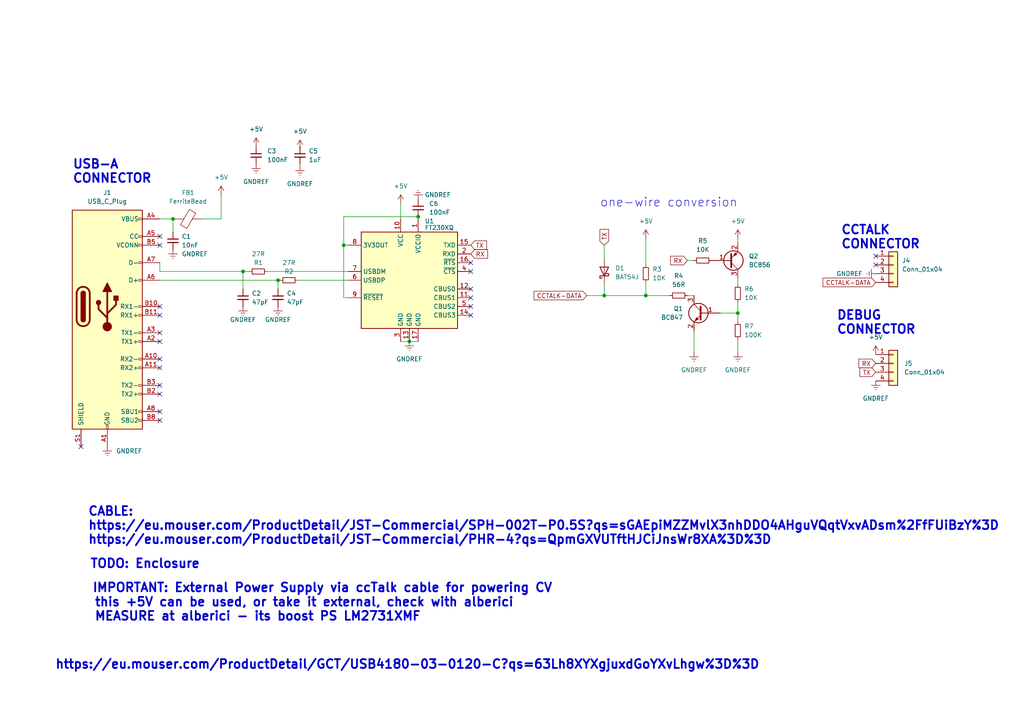
<source format=kicad_sch>
(kicad_sch (version 20211123) (generator eeschema)
  (paper "A4")
  (lib_symbols
    (symbol "CCtalk-converter-lib:BAT54J" (pin_numbers hide) (pin_names hide)
      (property "Reference" "D?" (at 3.175 0.9526 90))
      (property "Value" "BAT54J" (at 3.175 -1.5874 90))
      (symbol "BAT54J_0_1"
        (polyline (pts (xy 1.27 0) (xy -1.27 0)))
        (polyline (pts (xy 1.27 1.27) (xy 1.27 -1.27) (xy -1.27 0) (xy 1.27 1.27)) (stroke (width 0.254)))
        (polyline (pts (xy -1.905 0.635) (xy -1.905 1.27) (xy -1.27 1.27) (xy -1.27 -1.27) (xy -0.635 -1.27) (xy -0.635 -0.635)) (stroke (width 0.254)))
      )
      (symbol "BAT54J_1_1"
        (pin passive line (at -3.81 0 0) (length 2.54) (name "K") (number "1"))
        (pin passive line (at 3.81 0 180) (length 2.54) (name "A") (number "2"))
      )
    )
    (symbol "CCtalk-converter-lib:BC847" (pin_names (offset 0) hide)
      (property "Reference" "Q?" (at -5.08 1.2701 0))
      (property "Value" "BC847" (at -5.08 -1.2699 0))
      (symbol "BC847_0_1"
        (polyline (pts (xy 0.635 0.635) (xy 2.54 2.54)))
        (polyline (pts (xy 0.635 -0.635) (xy 2.54 -2.54) (xy 2.54 -2.54)))
        (polyline (pts (xy 0.635 1.905) (xy 0.635 -1.905) (xy 0.635 -1.905)) (stroke (width 0.508)))
        (polyline (pts (xy 1.27 -1.778) (xy 1.778 -1.27) (xy 2.286 -2.286) (xy 1.27 -1.778) (xy 1.27 -1.778)) (fill (type outline)))
        (circle (center 1.27 0) (radius 2.8194) (stroke (width 0.254)))
      )
      (symbol "BC847_1_1"
        (pin input line (at -5.08 0 0) (length 5.715) (name "B") (number "1"))
        (pin passive line (at 2.54 -5.08 90) (length 2.54) (name "E") (number "2"))
        (pin passive line (at 2.54 5.08 270) (length 2.54) (name "C") (number "3"))
      )
    )
    (symbol "CCtalk-converter-lib:BC856" (pin_names (offset 0) hide)
      (property "Reference" "Q?" (at 5.08 1.2701 0))
      (property "Value" "BC856" (at 5.08 -1.2699 0))
      (symbol "BC856_0_1"
        (polyline (pts (xy 0.635 0.635) (xy 2.54 2.54)))
        (polyline (pts (xy 0.635 -0.635) (xy 2.54 -2.54) (xy 2.54 -2.54)))
        (polyline (pts (xy 0.635 1.905) (xy 0.635 -1.905) (xy 0.635 -1.905)) (stroke (width 0.508)))
        (polyline (pts (xy 2.286 -1.778) (xy 1.778 -2.286) (xy 1.27 -1.27) (xy 2.286 -1.778) (xy 2.286 -1.778)) (fill (type outline)))
        (circle (center 1.27 0) (radius 2.8194) (stroke (width 0.254)))
      )
      (symbol "BC856_1_1"
        (pin input line (at -5.08 0 0) (length 5.715) (name "B") (number "1"))
        (pin passive line (at 2.54 -5.08 90) (length 2.54) (name "E") (number "2"))
        (pin passive line (at 2.54 5.08 270) (length 2.54) (name "C") (number "3"))
      )
    )
    (symbol "CCtalk-converter-lib:C" (pin_numbers hide) (pin_names (offset 0.254) hide)
      (property "Reference" "C?" (at 2.54 1.2638 0))
      (property "Value" "C" (at 2.54 -1.2762 0))
      (symbol "C_0_1"
        (polyline (pts (xy -1.524 -0.508) (xy 1.524 -0.508)) (stroke (width 0.3302)))
        (polyline (pts (xy -1.524 0.508) (xy 1.524 0.508)) (stroke (width 0.3048)))
      )
      (symbol "C_1_1"
        (pin passive line (at 0 2.54 270) (length 2.032) (name "~") (number "1"))
        (pin passive line (at 0 -2.54 90) (length 2.032) (name "~") (number "2"))
      )
    )
    (symbol "CCtalk-converter-lib:Conn_01x04" (pin_names (offset 1.016) hide)
      (property "Reference" "J?" (at 2.54 0.0001 0))
      (property "Value" "Conn_01x04" (at 2.54 -2.5399 0))
      (symbol "Conn_01x04_1_1"
        (rectangle (start -1.27 -4.953) (end 0 -5.207) (stroke (width 0.1524)))
        (rectangle (start -1.27 -2.413) (end 0 -2.667) (stroke (width 0.1524)))
        (rectangle (start -1.27 0.127) (end 0 -0.127) (stroke (width 0.1524)))
        (rectangle (start -1.27 2.667) (end 0 2.413) (stroke (width 0.1524)))
        (rectangle (start -1.27 3.81) (end 1.27 -6.35) (stroke (width 0.254)) (fill (type background)))
        (pin passive line (at -5.08 2.54 0) (length 3.81) (name "Pin_1") (number "1"))
        (pin passive line (at -5.08 0 0) (length 3.81) (name "Pin_2") (number "2"))
        (pin passive line (at -5.08 -2.54 0) (length 3.81) (name "Pin_3") (number "3"))
        (pin passive line (at -5.08 -5.08 0) (length 3.81) (name "Pin_4") (number "4"))
      )
    )
    (symbol "CCtalk-converter-lib:FT230XQ"
      (property "Reference" "U?" (at 0 1.905 0))
      (property "Value" "FT230XQ" (at -2.54 -0.635 0))
      (symbol "FT230XQ_0_1"
        (rectangle (start -13.97 13.97) (end 13.97 -13.97) (stroke (width 0.254)) (fill (type background)))
      )
      (symbol "FT230XQ_1_1"
        (pin power_in line (at 2.54 17.78 270) (length 3.81) (name "VCCIO") (number "1"))
        (pin power_in line (at -2.54 17.78 270) (length 3.81) (name "VCC") (number "10"))
        (pin bidirectional line (at 17.78 -5.08 180) (length 3.81) (name "CBUS1") (number "11"))
        (pin bidirectional line (at 17.78 -2.54 180) (length 3.81) (name "CBUS0") (number "12"))
        (pin power_in line (at 0 -17.78 90) (length 3.81) (name "GND") (number "13"))
        (pin bidirectional line (at 17.78 -10.16 180) (length 3.81) (name "CBUS3") (number "14"))
        (pin output line (at 17.78 10.16 180) (length 3.81) (name "TXD") (number "15"))
        (pin output line (at 17.78 5.08 180) (length 3.81) (name "~{RTS}") (number "16"))
        (pin power_in line (at 2.54 -17.78 90) (length 3.81) (name "GND") (number "17"))
        (pin input line (at 17.78 7.62 180) (length 3.81) (name "RXD") (number "2"))
        (pin power_in line (at -2.54 -17.78 90) (length 3.81) (name "GND") (number "3"))
        (pin input line (at 17.78 2.54 180) (length 3.81) (name "~{CTS}") (number "4"))
        (pin bidirectional line (at 17.78 -7.62 180) (length 3.81) (name "CBUS2") (number "5"))
        (pin bidirectional line (at -17.78 0 0) (length 3.81) (name "USBDP") (number "6"))
        (pin bidirectional line (at -17.78 2.54 0) (length 3.81) (name "USBDM") (number "7"))
        (pin power_out line (at -17.78 10.16 0) (length 3.81) (name "3V3OUT") (number "8"))
        (pin input line (at -17.78 -5.08 0) (length 3.81) (name "~{RESET}") (number "9"))
      )
    )
    (symbol "CCtalk-converter-lib:FerriteBead" (pin_numbers hide) (pin_names (offset 0))
      (property "Reference" "FB?" (at -0.0508 8.255 90))
      (property "Value" "FerriteBead" (at -0.0508 5.715 90))
      (symbol "FerriteBead_0_1"
        (polyline (pts (xy 0 -1.27) (xy 0 -1.2192)))
        (polyline (pts (xy 0 1.27) (xy 0 1.2954)))
        (polyline (pts (xy -2.7686 0.4064) (xy -1.7018 2.2606) (xy 2.7686 -0.3048) (xy 1.6764 -2.159) (xy -2.7686 0.4064)))
      )
      (symbol "FerriteBead_1_1"
        (pin passive line (at 0 3.81 270) (length 2.54) (name "~") (number "1"))
        (pin passive line (at 0 -3.81 90) (length 2.54) (name "~") (number "2"))
      )
    )
    (symbol "CCtalk-converter-lib:R" (pin_numbers hide) (pin_names (offset 0.254) hide)
      (property "Reference" "R?" (at 2.54 1.2701 0))
      (property "Value" "R" (at 2.54 -1.2699 0))
      (symbol "R_0_1"
        (rectangle (start -0.762 1.778) (end 0.762 -1.778) (stroke (width 0.2032)))
      )
      (symbol "R_1_1"
        (pin passive line (at 0 2.54 270) (length 0.762) (name "~") (number "1"))
        (pin passive line (at 0 -2.54 90) (length 0.762) (name "~") (number "2"))
      )
    )
    (symbol "CCtalk-converter-lib:USB_C_Plug" (pin_names (offset 1.016))
      (property "Reference" "J?" (at 0 33.02 0))
      (property "Value" "USB_C_Plug" (at 0 30.48 0))
      (symbol "USB_C_Plug_0_0"
        (rectangle (start -0.254 -35.56) (end 0.254 -34.544))
        (rectangle (start 10.16 -32.766) (end 9.144 -33.274))
        (rectangle (start 10.16 -30.226) (end 9.144 -30.734))
        (rectangle (start 10.16 -25.146) (end 9.144 -25.654))
        (rectangle (start 10.16 -22.606) (end 9.144 -23.114))
        (rectangle (start 10.16 -17.526) (end 9.144 -18.034))
        (rectangle (start 10.16 -14.986) (end 9.144 -15.494))
        (rectangle (start 10.16 -9.906) (end 9.144 -10.414))
        (rectangle (start 10.16 -7.366) (end 9.144 -7.874))
        (rectangle (start 10.16 -2.286) (end 9.144 -2.794))
        (rectangle (start 10.16 0.254) (end 9.144 -0.254))
        (rectangle (start 10.16 7.874) (end 9.144 7.366))
        (rectangle (start 10.16 12.954) (end 9.144 12.446))
        (rectangle (start 10.16 18.034) (end 9.144 17.526))
        (rectangle (start 10.16 20.574) (end 9.144 20.066))
        (rectangle (start 10.16 25.654) (end 9.144 25.146))
      )
      (symbol "USB_C_Plug_0_1"
        (rectangle (start -10.16 27.94) (end 10.16 -35.56) (stroke (width 0.254)) (fill (type background)))
        (arc (start -8.89 -3.81) (mid -6.985 -5.715) (end -5.08 -3.81) (stroke (width 0.508)))
        (arc (start -7.62 -3.81) (mid -6.985 -4.445) (end -6.35 -3.81) (stroke (width 0.254)))
        (arc (start -7.62 -3.81) (mid -6.985 -4.445) (end -6.35 -3.81) (stroke (width 0.254)) (fill (type outline)))
        (rectangle (start -7.62 -3.81) (end -6.35 3.81) (stroke (width 0.254)) (fill (type outline)))
        (arc (start -6.35 3.81) (mid -6.985 4.445) (end -7.62 3.81) (stroke (width 0.254)))
        (arc (start -6.35 3.81) (mid -6.985 4.445) (end -7.62 3.81) (stroke (width 0.254)) (fill (type outline)))
        (arc (start -5.08 3.81) (mid -6.985 5.715) (end -8.89 3.81) (stroke (width 0.508)))
        (polyline (pts (xy -8.89 -3.81) (xy -8.89 3.81)) (stroke (width 0.508)))
        (polyline (pts (xy -5.08 3.81) (xy -5.08 -3.81)) (stroke (width 0.508)))
      )
      (symbol "USB_C_Plug_1_1"
        (circle (center -2.54 1.143) (radius 0.635) (stroke (width 0.254)) (fill (type outline)))
        (circle (center 0 -5.842) (radius 1.27) (fill (type outline)))
        (polyline (pts (xy 0 -5.842) (xy 0 4.318)) (stroke (width 0.508)))
        (polyline (pts (xy 0 -3.302) (xy -2.54 -0.762) (xy -2.54 0.508)) (stroke (width 0.508)))
        (polyline (pts (xy 0 -2.032) (xy 2.54 0.508) (xy 2.54 1.778)) (stroke (width 0.508)))
        (polyline (pts (xy -1.27 4.318) (xy 0 6.858) (xy 1.27 4.318) (xy -1.27 4.318)) (stroke (width 0.254)) (fill (type outline)))
        (rectangle (start 1.905 1.778) (end 3.175 3.048) (stroke (width 0.254)) (fill (type outline)))
        (pin passive line (at 0 -40.64 90) (length 5.08) (name "GND") (number "A1"))
        (pin bidirectional line (at 15.24 -15.24 180) (length 5.08) (name "RX2-") (number "A10"))
        (pin bidirectional line (at 15.24 -17.78 180) (length 5.08) (name "RX2+") (number "A11"))
        (pin passive line (at 0 -40.64 90) (length 5.08) hide (name "GND") (number "A12"))
        (pin bidirectional line (at 15.24 -10.16 180) (length 5.08) (name "TX1+") (number "A2"))
        (pin bidirectional line (at 15.24 -7.62 180) (length 5.08) (name "TX1-") (number "A3"))
        (pin passive line (at 15.24 25.4 180) (length 5.08) (name "VBUS") (number "A4"))
        (pin bidirectional line (at 15.24 20.32 180) (length 5.08) (name "CC") (number "A5"))
        (pin bidirectional line (at 15.24 7.62 180) (length 5.08) (name "D+") (number "A6"))
        (pin bidirectional line (at 15.24 12.7 180) (length 5.08) (name "D-") (number "A7"))
        (pin bidirectional line (at 15.24 -30.48 180) (length 5.08) (name "SBU1") (number "A8"))
        (pin passive line (at 15.24 25.4 180) (length 5.08) hide (name "VBUS") (number "A9"))
        (pin passive line (at 0 -40.64 90) (length 5.08) hide (name "GND") (number "B1"))
        (pin bidirectional line (at 15.24 0 180) (length 5.08) (name "RX1-") (number "B10"))
        (pin bidirectional line (at 15.24 -2.54 180) (length 5.08) (name "RX1+") (number "B11"))
        (pin passive line (at 0 -40.64 90) (length 5.08) hide (name "GND") (number "B12"))
        (pin bidirectional line (at 15.24 -25.4 180) (length 5.08) (name "TX2+") (number "B2"))
        (pin bidirectional line (at 15.24 -22.86 180) (length 5.08) (name "TX2-") (number "B3"))
        (pin passive line (at 15.24 25.4 180) (length 5.08) hide (name "VBUS") (number "B4"))
        (pin bidirectional line (at 15.24 17.78 180) (length 5.08) (name "VCONN") (number "B5"))
        (pin bidirectional line (at 15.24 -33.02 180) (length 5.08) (name "SBU2") (number "B8"))
        (pin passive line (at 15.24 25.4 180) (length 5.08) hide (name "VBUS") (number "B9"))
        (pin passive line (at -7.62 -40.64 90) (length 5.08) (name "SHIELD") (number "S1"))
      )
    )
    (symbol "power:+5V" (power) (pin_names (offset 0))
      (property "Value" "+5V" (at 0 3.556 0))
      (symbol "+5V_0_1"
        (polyline (pts (xy -0.762 1.27) (xy 0 2.54)))
        (polyline (pts (xy 0 0) (xy 0 2.54)))
        (polyline (pts (xy 0 2.54) (xy 0.762 1.27)))
      )
      (symbol "+5V_1_1"
        (pin power_in line (at 0 0 90) (length 0) hide (name "+5V") (number "1"))
      )
    )
    (symbol "power:GNDREF" (power) (pin_names (offset 0))
      (property "Value" "GNDREF" (at 0 -3.81 0))
      (symbol "GNDREF_0_1"
        (polyline (pts (xy -0.635 -1.905) (xy 0.635 -1.905)))
        (polyline (pts (xy -0.127 -2.54) (xy 0.127 -2.54)))
        (polyline (pts (xy 0 -1.27) (xy 0 0)))
        (polyline (pts (xy 1.27 -1.27) (xy -1.27 -1.27)))
      )
      (symbol "GNDREF_1_1"
        (pin power_in line (at 0 0 270) (length 0) hide (name "GNDREF") (number "1"))
      )
    )
  )
  (junction (at 50.165 63.5))
  (junction (at 80.645 81.28))
  (junction (at 187.325 85.725))
  (junction (at 70.485 78.74))
  (junction (at 99.695 71.12))
  (junction (at 175.26 85.725))
  (junction (at 213.995 90.805))
  (junction (at 118.745 99.06))
  (junction (at 121.285 62.865))
  (no_connect (at 136.525 76.2))
  (no_connect (at 136.525 78.74))
  (no_connect (at 254 76.835))
  (no_connect (at 46.355 99.06))
  (no_connect (at 46.355 106.68))
  (no_connect (at 46.355 111.76))
  (no_connect (at 46.355 114.3))
  (no_connect (at 46.355 104.14))
  (no_connect (at 46.355 121.92))
  (no_connect (at 46.355 119.38))
  (no_connect (at 46.355 68.58))
  (no_connect (at 46.355 71.12))
  (no_connect (at 46.355 88.9))
  (no_connect (at 46.355 91.44))
  (no_connect (at 46.355 96.52))
  (no_connect (at 23.495 129.54))
  (no_connect (at 136.525 83.82))
  (no_connect (at 136.525 86.36))
  (no_connect (at 136.525 88.9))
  (no_connect (at 136.525 91.44))
  (no_connect (at 254 74.295))
  (wire (pts (xy 121.285 62.865) (xy 121.285 63.5)))
  (wire (pts (xy 208.915 90.805) (xy 213.995 90.805)))
  (wire (pts (xy 86.995 42.545) (xy 86.995 43.18)))
  (wire (pts (xy 213.995 98.425) (xy 213.995 102.235)))
  (wire (pts (xy 50.165 63.5) (xy 50.165 67.31)))
  (wire (pts (xy 86.995 47.625) (xy 86.995 48.26)))
  (wire (pts (xy 99.695 62.865) (xy 121.285 62.865)))
  (wire (pts (xy 213.995 87.63) (xy 213.995 90.805)))
  (wire (pts (xy 213.995 90.805) (xy 213.995 93.345)))
  (wire (pts (xy 80.645 81.28) (xy 81.28 81.28)))
  (wire (pts (xy 46.355 76.2) (xy 46.355 78.74)))
  (wire (pts (xy 170.18 85.725) (xy 175.26 85.725)))
  (wire (pts (xy 116.205 59.055) (xy 116.205 63.5)))
  (wire (pts (xy 213.995 82.55) (xy 213.995 80.645)))
  (wire (pts (xy 86.36 81.28) (xy 100.965 81.28)))
  (wire (pts (xy 187.325 69.215) (xy 187.325 76.835)))
  (wire (pts (xy 99.695 71.12) (xy 99.695 62.865)))
  (wire (pts (xy 175.26 71.12) (xy 175.26 74.93)))
  (wire (pts (xy 99.695 86.36) (xy 99.695 71.12)))
  (wire (pts (xy 64.135 63.5) (xy 64.135 56.515)))
  (wire (pts (xy 187.325 81.915) (xy 187.325 85.725)))
  (wire (pts (xy 175.26 82.55) (xy 175.26 85.725)))
  (wire (pts (xy 70.485 78.74) (xy 46.355 78.74)))
  (wire (pts (xy 70.485 83.82) (xy 70.485 78.74)))
  (wire (pts (xy 213.995 69.215) (xy 213.995 70.485)))
  (wire (pts (xy 46.355 81.28) (xy 80.645 81.28)))
  (wire (pts (xy 201.295 95.885) (xy 201.295 102.235)))
  (wire (pts (xy 80.645 81.28) (xy 80.645 83.82)))
  (wire (pts (xy 116.205 99.06) (xy 118.745 99.06)))
  (wire (pts (xy 100.965 86.36) (xy 99.695 86.36)))
  (wire (pts (xy 118.745 99.06) (xy 121.285 99.06)))
  (wire (pts (xy 70.485 78.74) (xy 72.39 78.74)))
  (wire (pts (xy 187.325 85.725) (xy 194.31 85.725)))
  (wire (pts (xy 46.355 63.5) (xy 50.165 63.5)))
  (wire (pts (xy 199.39 75.565) (xy 201.295 75.565)))
  (wire (pts (xy 199.39 85.725) (xy 201.295 85.725)))
  (wire (pts (xy 99.695 71.12) (xy 100.965 71.12)))
  (wire (pts (xy 50.165 63.5) (xy 50.8 63.5)))
  (wire (pts (xy 58.42 63.5) (xy 64.135 63.5)))
  (wire (pts (xy 77.47 78.74) (xy 100.965 78.74)))
  (wire (pts (xy 175.26 85.725) (xy 187.325 85.725)))
  (text "DEBUG\nCONNECTOR" (at 242.57 97.155 0) (effects (font (size 2.54 2.54) (thickness 0.508) bold) (justify left bottom)))
  (text "this +5V can be used, or take it external, check with alberici\nMEASURE at alberici - its boost PS LM2731XMF" (at 27.305 180.34 0) (effects (font (size 2.54 2.54) (thickness 0.508) bold) (justify left bottom)))
  (text "TODO: Enclosure" (at 26.035 165.1 0) (effects (font (size 2.54 2.54) (thickness 0.508) bold) (justify left bottom)))
  (text "CABLE:\nhttps://eu.mouser.com/ProductDetail/JST-Commercial/SPH-002T-P0.5S?qs=sGAEpiMZZMvlX3nhDDO4AHguVQqtVxvADsm%2FfFUiBzY%3D\nhttps://eu.mouser.com/ProductDetail/JST-Commercial/PHR-4?qs=QpmGXVUTftHJCiJnsWr8XA%3D%3D" (at 25.4 158.115 0) (effects (font (size 2.54 2.54) (thickness 0.508) bold) (justify left bottom)))
  (text "CCTALK\nCONNECTOR" (at 243.84 72.39 0) (effects (font (size 2.54 2.54) (thickness 0.508) bold) (justify left bottom)))
  (text "one-wire conversion" (at 173.99 60.325 0) (effects (font (size 2.54 2.54)) (justify left bottom)))
  (text "USB-A\nCONNECTOR" (at 20.955 53.34 0) (effects (font (size 2.54 2.54) (thickness 0.508) bold) (justify left bottom)))
  (text "https://eu.mouser.com/ProductDetail/GCT/USB4180-03-0120-C?qs=63Lh8XYXgjuxdGoYXvLhgw%3D%3D" (at 15.875 194.31 0) (effects (font (size 2.54 2.54) (thickness 0.508) bold) (justify left bottom)))
  (text "IMPORTANT: External Power Supply via ccTalk cable for powering CV" (at 26.67 172.085 0) (effects (font (size 2.54 2.54) (thickness 0.508) bold) (justify left bottom)))
  (global_label "TX" (shape input) (at 136.525 71.12 0) (property "Intersheet References" "${INTERSHEET_REFS}" (effects hide)))
  (global_label "TX" (shape input) (at 254 107.95 180) (property "Intersheet References" "${INTERSHEET_REFS}" (effects hide)))
  (global_label "RX" (shape input) (at 199.39 75.565 180) (property "Intersheet References" "${INTERSHEET_REFS}" (effects hide)))
  (global_label "RX" (shape input) (at 254 105.41 180) (property "Intersheet References" "${INTERSHEET_REFS}" (effects hide)))
  (global_label "CCTALK-DATA" (shape input) (at 254 81.915 180) (property "Intersheet References" "${INTERSHEET_REFS}" (effects hide)))
  (global_label "TX" (shape input) (at 175.26 71.12 90) (property "Intersheet References" "${INTERSHEET_REFS}" (effects hide)))
  (global_label "CCTALK-DATA" (shape input) (at 170.18 85.725 180) (property "Intersheet References" "${INTERSHEET_REFS}" (effects hide)))
  (global_label "RX" (shape input) (at 136.525 73.66 0) (property "Intersheet References" "${INTERSHEET_REFS}" (effects hide)))
  (symbol (lib_id "CCtalk-converter-lib:R") (at 187.325 79.375 0)
    (property "Reference" "R3" (at 189.23 78.1049 0) (effects (justify left)))
    (property "Value" "10K" (at 189.23 80.6449 0) (effects (justify left)))
    (property "Footprint" "CCtalk-converter-footprints-lib:R_0603_1608Metric" (effects hide))
    (property "Datasheet" "https://eu.mouser.com/datasheet/2/447/PYu_RT_1_to_0_01_RoHS_L_15-3461507.pdf" (effects hide))
    (property "MPN" "RT0603FRE1310KL" (effects hide))
  )
  (symbol (lib_id "CCtalk-converter-lib:R") (at 196.85 85.725 270)
    (property "Reference" "R4" (at 196.85 80.01 90))
    (property "Value" "56R" (at 196.85 82.55 90))
    (property "Footprint" "CCtalk-converter-footprints-lib:R_0603_1608Metric" (effects hide))
    (property "Datasheet" "https://eu.mouser.com/datasheet/2/447/PYu_RT_1_to_0_01_RoHS_L_15-3461507.pdf" (effects hide))
    (property "MPN" "RT0603FRE1310KL" (effects hide))
  )
  (symbol (lib_id "CCtalk-converter-lib:R") (at 74.93 78.74 90)
    (property "Reference" "R1" (at 74.93 76.2 90))
    (property "Value" "27R" (at 74.93 73.66 90))
    (property "Footprint" "CCtalk-converter-footprints-lib:R_0603_1608Metric" (effects hide))
    (property "Datasheet" "https://eu.mouser.com/datasheet/2/447/PYu_RT_1_to_0_01_RoHS_L_15-3461507.pdf" (effects hide))
    (property "MPN" "RT0603FRE1310KL" (effects hide))
  )
  (symbol (lib_id "power:GNDREF") (at 74.295 47.625 0)
    (property "Reference" "#PWR0106" (effects hide))
    (property "Value" "GNDREF" (at 74.295 52.705 0))
  )
  (symbol (lib_id "power:GNDREF") (at 254 79.375 270)
    (property "Reference" "#PWR0118" (effects hide))
    (property "Value" "GNDREF" (at 250.19 79.3749 90) (effects (justify right)))
  )
  (symbol (lib_id "CCtalk-converter-lib:BC856") (at 211.455 75.565 0) (mirror x)
    (property "Reference" "Q2" (at 217.17 74.2949 0) (effects (justify left)))
    (property "Value" "BC856" (at 217.17 76.8349 0) (effects (justify left)))
    (property "Footprint" "CCtalk-converter-footprints-lib:SOT-23" (effects hide))
    (property "Datasheet" "https://assets.nexperia.com/documents/data-sheet/BC856-Q_BC857-Q_BC858-Q.pdf" (effects hide))
    (property "MPN" "BC856A-QR" (effects hide))
  )
  (symbol (lib_id "power:GNDREF") (at 86.995 48.26 0)
    (property "Reference" "#PWR0108" (effects hide))
    (property "Value" "GNDREF" (at 86.995 53.34 0))
  )
  (symbol (lib_id "CCtalk-converter-lib:C") (at 50.165 69.85 0)
    (property "Reference" "C1" (at 52.705 68.5862 0) (effects (justify left)))
    (property "Value" "10nF" (at 52.705 71.1262 0) (effects (justify left)))
    (property "Footprint" "CCtalk-converter-footprints-lib:C_0603_1608Metric" (effects hide))
    (property "Datasheet" "https://eu.mouser.com/datasheet/2/40/KGM_X7R-3223212.pdf" (effects hide))
    (property "MPN" "06036C105MAT2A" (effects hide))
  )
  (symbol (lib_id "CCtalk-converter-lib:R") (at 213.995 95.885 180)
    (property "Reference" "R7" (at 215.9 94.6149 0) (effects (justify right)))
    (property "Value" "100K" (at 215.9 97.1549 0) (effects (justify right)))
    (property "Footprint" "CCtalk-converter-footprints-lib:R_0603_1608Metric" (effects hide))
    (property "Datasheet" "https://eu.mouser.com/datasheet/2/447/PYu_RT_1_to_0_01_RoHS_L_15-3461507.pdf" (effects hide))
    (property "MPN" "RT0603FRE1310KL" (effects hide))
  )
  (symbol (lib_id "CCtalk-converter-lib:Conn_01x04") (at 259.08 105.41 0)
    (property "Reference" "J5" (at 262.255 105.4099 0) (effects (justify left)))
    (property "Value" "Conn_01x04" (at 262.255 107.9499 0) (effects (justify left)))
    (property "Footprint" "CCtalk-converter-footprints-lib:FanPinHeader_1x04_P2.54mm_Vertical" (effects hide))
    (property "Datasheet" "https://eu.mouser.com/datasheet/2/564/eXH-3476786.pdf" (effects hide))
    (property "MPN" "B4B-XH-A(LF)(SN)" (effects hide))
  )
  (symbol (lib_id "power:GNDREF") (at 80.645 88.9 0)
    (property "Reference" "#PWR0110" (effects hide))
    (property "Value" "GNDREF" (at 76.835 92.71 0) (effects (justify left)))
  )
  (symbol (lib_id "power:+5V") (at 74.295 42.545 0)
    (property "Reference" "#PWR0107" (effects hide))
    (property "Value" "+5V" (at 74.295 37.465 0))
  )
  (symbol (lib_id "CCtalk-converter-lib:BAT54J") (at 175.26 78.74 90)
    (property "Reference" "D1" (at 178.435 77.7874 90) (effects (justify right)))
    (property "Value" "BAT54J" (at 178.435 80.3274 90) (effects (justify right)))
    (property "Footprint" "CCtalk-converter-footprints-lib:D_SOD-323F" (effects hide))
    (property "Datasheet" "https://www.onsemi.com/PowerSolutions/product.do?id=BAT54HT1G" (effects hide))
    (property "MPN" "BAT54HT1G" (effects hide))
  )
  (symbol (lib_id "CCtalk-converter-lib:FerriteBead") (at 54.61 63.5 90)
    (property "Reference" "FB1" (at 54.5592 55.88 90))
    (property "Value" "FerriteBead" (at 54.5592 58.42 90))
    (property "Footprint" "CCtalk-converter-footprints-lib:L_0805_2012Metric" (effects hide))
    (property "Datasheet" "https://eu.mouser.com/datasheet/2/987/mi0805k601r_10_datasheet-2947150.pdf" (effects hide))
    (property "MPN" "MI0805K601R-10" (effects hide))
  )
  (symbol (lib_id "power:GNDREF") (at 213.995 102.235 0)
    (property "Reference" "#PWR0115" (effects hide))
    (property "Value" "GNDREF" (at 213.995 107.315 0))
  )
  (symbol (lib_id "power:GNDREF") (at 121.285 57.785 180)
    (property "Reference" "#PWR0105" (effects hide))
    (property "Value" "GNDREF" (at 123.19 56.5149 0) (effects (justify right)))
  )
  (symbol (lib_id "CCtalk-converter-lib:R") (at 203.835 75.565 90)
    (property "Reference" "R5" (at 203.835 69.85 90))
    (property "Value" "10K" (at 203.835 72.39 90))
    (property "Footprint" "CCtalk-converter-footprints-lib:R_0603_1608Metric" (effects hide))
    (property "Datasheet" "https://eu.mouser.com/datasheet/2/447/PYu_RT_1_to_0_01_RoHS_L_15-3461507.pdf" (effects hide))
    (property "MPN" "RT0603FRE1310KL" (effects hide))
  )
  (symbol (lib_id "power:+5V") (at 187.325 69.215 0)
    (property "Reference" "#PWR0101" (effects hide))
    (property "Value" "+5V" (at 187.325 64.135 0))
  )
  (symbol (lib_id "CCtalk-converter-lib:Conn_01x04") (at 259.08 76.835 0)
    (property "Reference" "J4" (at 261.62 75.5649 0) (effects (justify left)))
    (property "Value" "Conn_01x04" (at 261.62 78.1049 0) (effects (justify left)))
    (property "Footprint" "CCtalk-converter-footprints-lib:4pin-JST-XH-header-SMT" (effects hide))
    (property "Datasheet" "https://eu.mouser.com/datasheet/2/564/eXH-3476786.pdf" (effects hide))
    (property "MPN" "B4B-XH-A(LF)(SN)" (effects hide))
  )
  (symbol (lib_id "CCtalk-converter-lib:USB_C_Plug") (at 31.115 88.9 0)
    (property "Reference" "J1" (at 31.115 55.88 0))
    (property "Value" "USB_C_Plug" (at 31.115 58.42 0))
    (property "Footprint" "CCtalk-converter-footprints-lib:USB_C_Plug_Right Angle" (effects hide))
    (property "Datasheet" "https://eu.mouser.com/datasheet/2/185/CX60_24S_UNIT_CL0480_0465_0_00_2DDrawing_D166698_e-1611272.pdf" (effects hide))
    (property "MPN" "CX60-24S-UNIT" (effects hide))
  )
  (symbol (lib_id "power:+5V") (at 116.205 59.055 0)
    (property "Reference" "#PWR0104" (effects hide))
    (property "Value" "+5V" (at 116.205 53.975 0))
  )
  (symbol (lib_id "power:+5V") (at 64.135 56.515 0)
    (property "Reference" "#PWR0114" (effects hide))
    (property "Value" "+5V" (at 64.135 51.435 0))
  )
  (symbol (lib_id "CCtalk-converter-lib:FT230XQ") (at 118.745 81.28 0)
    (property "Reference" "U1" (at 123.19 64.135 0) (effects (justify left)))
    (property "Value" "FT230XQ" (at 123.19 66.04 0) (effects (justify left)))
    (property "Footprint" "CCtalk-converter-footprints-lib:QFN-16-1EP_4x4mm_P0.65mm_EP2.1x2.1mm" (effects hide))
    (property "Datasheet" "https://eu.mouser.com/datasheet/2/163/DS_FT230X-5395.pdf" (effects hide))
    (property "MPN" "FT230XQ-T" (effects hide))
  )
  (symbol (lib_id "CCtalk-converter-lib:C") (at 70.485 86.36 0)
    (property "Reference" "C2" (at 73.025 85.0962 0) (effects (justify left)))
    (property "Value" "47pF" (at 73.025 87.6362 0) (effects (justify left)))
    (property "Footprint" "CCtalk-converter-footprints-lib:C_0603_1608Metric" (effects hide))
    (property "Datasheet" "https://eu.mouser.com/datasheet/2/40/KGM_X7R-3223212.pdf" (effects hide))
    (property "MPN" "06036C105MAT2A" (effects hide))
  )
  (symbol (lib_id "CCtalk-converter-lib:R") (at 83.82 81.28 90)
    (property "Reference" "R2" (at 83.82 78.74 90))
    (property "Value" "27R" (at 83.82 76.2 90))
    (property "Footprint" "CCtalk-converter-footprints-lib:R_0603_1608Metric" (effects hide))
    (property "Datasheet" "https://eu.mouser.com/datasheet/2/447/PYu_RT_1_to_0_01_RoHS_L_15-3461507.pdf" (effects hide))
    (property "MPN" "RT0603FRE1310KL" (effects hide))
  )
  (symbol (lib_id "power:GNDREF") (at 31.115 129.54 0)
    (property "Reference" "#PWR0112" (effects hide))
    (property "Value" "GNDREF" (at 33.655 130.8099 0) (effects (justify left)))
  )
  (symbol (lib_id "power:GNDREF") (at 50.165 72.39 0)
    (property "Reference" "#PWR0111" (effects hide))
    (property "Value" "GNDREF" (at 52.705 73.6599 0) (effects (justify left)))
  )
  (symbol (lib_id "CCtalk-converter-lib:C") (at 121.285 60.325 0)
    (property "Reference" "C6" (at 124.46 59.0612 0) (effects (justify left)))
    (property "Value" "100nF" (at 124.46 61.6012 0) (effects (justify left)))
    (property "Footprint" "CCtalk-converter-footprints-lib:C_0603_1608Metric" (effects hide))
    (property "Datasheet" "https://eu.mouser.com/datasheet/2/40/KGM_X7R-3223212.pdf" (effects hide))
    (property "MPN" "06036C105MAT2A" (effects hide))
  )
  (symbol (lib_id "power:GNDREF") (at 254 110.49 0)
    (property "Reference" "#PWR0119" (effects hide))
    (property "Value" "GNDREF" (at 254 115.57 0))
  )
  (symbol (lib_id "power:GNDREF") (at 118.745 99.06 0)
    (property "Reference" "#PWR0102" (effects hide))
    (property "Value" "GNDREF" (at 118.745 104.14 0))
  )
  (symbol (lib_id "power:GNDREF") (at 70.485 88.9 0)
    (property "Reference" "#PWR0113" (effects hide))
    (property "Value" "GNDREF" (at 66.675 92.71 0) (effects (justify left)))
  )
  (symbol (lib_id "CCtalk-converter-lib:BC847") (at 203.835 90.805 0) (mirror y)
    (property "Reference" "Q1" (at 198.12 89.5349 0) (effects (justify left)))
    (property "Value" "BC847" (at 198.12 92.0749 0) (effects (justify left)))
    (property "Footprint" "CCtalk-converter-footprints-lib:SOT-23" (effects hide))
    (property "Datasheet" "https://www.onsemi.com/PowerSolutions/product.do?id=BC847CWT1G" (effects hide))
    (property "MPN" "BC847CWT1G" (effects hide))
  )
  (symbol (lib_id "power:+5V") (at 86.995 43.18 0)
    (property "Reference" "#PWR0109" (effects hide))
    (property "Value" "+5V" (at 86.995 38.1 0))
  )
  (symbol (lib_id "CCtalk-converter-lib:C") (at 86.995 45.085 0)
    (property "Reference" "C5" (at 89.535 43.8212 0) (effects (justify left)))
    (property "Value" "1uF" (at 89.535 46.3612 0) (effects (justify left)))
    (property "Footprint" "CCtalk-converter-footprints-lib:C_0603_1608Metric" (effects hide))
    (property "Datasheet" "https://eu.mouser.com/datasheet/2/40/KGM_X7R-3223212.pdf" (effects hide))
    (property "MPN" "06036C105MAT2A" (effects hide))
  )
  (symbol (lib_id "power:GNDREF") (at 201.295 102.235 0)
    (property "Reference" "#PWR0103" (effects hide))
    (property "Value" "GNDREF" (at 201.295 107.315 0))
  )
  (symbol (lib_id "power:+5V") (at 254 102.87 0)
    (property "Reference" "#PWR0117" (effects hide))
    (property "Value" "+5V" (at 254 97.79 0))
  )
  (symbol (lib_id "CCtalk-converter-lib:C") (at 80.645 86.36 0)
    (property "Reference" "C4" (at 83.185 85.0962 0) (effects (justify left)))
    (property "Value" "47pF" (at 83.185 87.6362 0) (effects (justify left)))
    (property "Footprint" "CCtalk-converter-footprints-lib:C_0603_1608Metric" (effects hide))
    (property "Datasheet" "https://eu.mouser.com/datasheet/2/40/KGM_X7R-3223212.pdf" (effects hide))
    (property "MPN" "06036C105MAT2A" (effects hide))
  )
  (symbol (lib_id "CCtalk-converter-lib:R") (at 213.995 85.09 0)
    (property "Reference" "R6" (at 215.9 83.8199 0) (effects (justify left)))
    (property "Value" "10K" (at 215.9 86.3599 0) (effects (justify left)))
    (property "Footprint" "CCtalk-converter-footprints-lib:R_0603_1608Metric" (effects hide))
    (property "Datasheet" "https://eu.mouser.com/datasheet/2/447/PYu_RT_1_to_0_01_RoHS_L_15-3461507.pdf" (effects hide))
    (property "MPN" "RT0603FRE1310KL" (effects hide))
  )
  (symbol (lib_id "power:+5V") (at 213.995 69.215 0)
    (property "Reference" "#PWR0116" (effects hide))
    (property "Value" "+5V" (at 213.995 64.135 0))
  )
  (symbol (lib_id "CCtalk-converter-lib:C") (at 74.295 45.085 0)
    (property "Reference" "C3" (at 77.47 43.8212 0) (effects (justify left)))
    (property "Value" "100nF" (at 77.47 46.3612 0) (effects (justify left)))
    (property "Footprint" "CCtalk-converter-footprints-lib:C_0603_1608Metric" (effects hide))
    (property "Datasheet" "https://eu.mouser.com/datasheet/2/40/KGM_X7R-3223212.pdf" (effects hide))
    (property "MPN" "06036C105MAT2A" (effects hide))
  )
)
</source>
